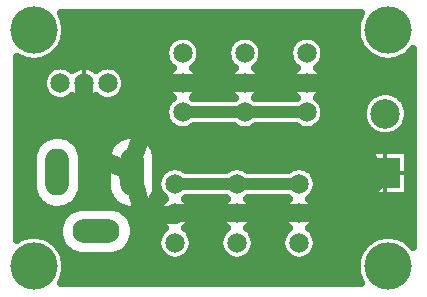
<source format=gtl>
G04 DipTrace 3.2.0.1*
G04 DynamixelMUXX3P.gtl*
%MOIN*%
G04 #@! TF.FileFunction,Copper,L1,Top*
G04 #@! TF.Part,Single*
%AMOUTLINE0*
4,1,20,
0.03937,-0.039336,
0.037008,-0.052803,
0.030181,-0.064651,
0.019715,-0.073449,
0.00687,-0.078136,
-0.006803,-0.078148,
-0.019655,-0.073483,
-0.030136,-0.064703,
-0.036984,-0.052867,
-0.03937,-0.039404,
-0.03937,0.039336,
-0.037008,0.052803,
-0.030181,0.064651,
-0.019715,0.073449,
-0.00687,0.078136,
0.006803,0.078148,
0.019655,0.073483,
0.030136,0.064703,
0.036984,0.052867,
0.03937,0.039404,
0.03937,-0.039336,
0*%
%AMOUTLINE3*
4,1,20,
0.039336,0.03937,
0.052803,0.037008,
0.064651,0.030181,
0.073449,0.019715,
0.078136,0.00687,
0.078148,-0.006803,
0.073483,-0.019655,
0.064703,-0.030136,
0.052867,-0.036984,
0.039404,-0.03937,
-0.039336,-0.03937,
-0.052803,-0.037008,
-0.064651,-0.030181,
-0.073449,-0.019715,
-0.078136,-0.00687,
-0.078148,0.006803,
-0.073483,0.019655,
-0.064703,0.030136,
-0.052867,0.036984,
-0.039404,0.03937,
0.039336,0.03937,
0*%
G04 #@! TA.AperFunction,Conductor*
%ADD13C,0.06*%
%ADD14C,0.04*%
G04 #@! TA.AperFunction,CopperBalancing*
%ADD15C,0.025*%
%ADD16C,0.012992*%
G04 #@! TA.AperFunction,ComponentPad*
%ADD19R,0.098425X0.098425*%
%ADD20C,0.098425*%
%ADD21C,0.065199*%
G04 #@! TA.AperFunction,ViaPad*
%ADD22C,0.15748*%
G04 #@! TA.AperFunction,ComponentPad*
%ADD38OUTLINE0*%
%ADD41OUTLINE3*%
%FSLAX26Y26*%
G04*
G70*
G90*
G75*
G01*
G04 Top*
%LPD*%
X1401851Y1103701D2*
D13*
X1195158D1*
X988465D1*
X962874Y668701D2*
X1169567D1*
X1376260D1*
X962874D2*
Y661484D1*
X855379D1*
X818740Y805512D1*
X800982Y800000D1*
X918544Y1103701D1*
X988465D1*
X659292Y1102362D2*
Y997953D1*
X688544Y968701D1*
Y860158D1*
X818740Y805512D1*
X1376260Y668701D2*
X1528544D1*
X1663544Y803701D1*
X1401851Y1103701D2*
X1481294D1*
X1631250Y793448D1*
X1663544Y803701D1*
X962874Y767126D2*
D14*
X1169567D1*
X1376260D1*
X988465Y1005276D2*
X1195158D1*
X1401851D1*
D22*
X491969Y492126D3*
X1673071D3*
Y1279528D3*
X491969D3*
X587457Y1328777D2*
D15*
X1577561D1*
X596822Y1303908D2*
X1568195D1*
X599693Y1279040D2*
X1565325D1*
X596607Y1254171D2*
X957985D1*
X1018964D2*
X1164678D1*
X1225657D2*
X1371370D1*
X1432350D2*
X1568446D1*
X586954Y1229302D2*
X933476D1*
X1043437D2*
X1140169D1*
X1250130D2*
X1346862D1*
X1456823D2*
X1578099D1*
X568187Y1204433D2*
X926909D1*
X1050004D2*
X1133602D1*
X1256697D2*
X1340295D1*
X1463390D2*
X1596867D1*
X438717Y1179565D2*
X456575D1*
X527351D2*
X931359D1*
X1045590D2*
X1138051D1*
X1252283D2*
X1344744D1*
X1458976D2*
X1637703D1*
X1708443D2*
X1754219D1*
X438717Y1154696D2*
X550591D1*
X610494D2*
X629357D1*
X689224D2*
X708087D1*
X767990D2*
X950736D1*
X1026213D2*
X1157429D1*
X1232905D2*
X1364122D1*
X1439598D2*
X1754219D1*
X438717Y1129827D2*
X525724D1*
X792858D2*
X932973D1*
X1043975D2*
X1139666D1*
X1250668D2*
X1346359D1*
X1457361D2*
X1754219D1*
X438717Y1104958D2*
X519013D1*
X799568D2*
X926873D1*
X1050040D2*
X1133566D1*
X1256733D2*
X1340259D1*
X1463426D2*
X1754219D1*
X438717Y1080089D2*
X523319D1*
X795262D2*
X931789D1*
X1045124D2*
X1138482D1*
X1251816D2*
X1345175D1*
X1458509D2*
X1754219D1*
X438717Y1055221D2*
X542410D1*
X776172D2*
X952171D1*
X1024741D2*
X1158864D1*
X1231434D2*
X1365557D1*
X1438127D2*
X1608673D1*
X1718419D2*
X1754219D1*
X438717Y1030352D2*
X932471D1*
X1457863D2*
X1591448D1*
X1735643D2*
X1754219D1*
X438717Y1005483D2*
X926873D1*
X1463426D2*
X1585491D1*
X1741600D2*
X1754219D1*
X438717Y980614D2*
X932256D1*
X1458043D2*
X1588003D1*
X1739088D2*
X1754219D1*
X438717Y955746D2*
X953750D1*
X1023198D2*
X1160443D1*
X1229891D2*
X1367136D1*
X1436584D2*
X1600025D1*
X1727067D2*
X1754219D1*
X438717Y930877D2*
X564084D1*
X577308D2*
X812151D1*
X825358D2*
X1631423D1*
X1695668D2*
X1754219D1*
X438717Y906008D2*
X509145D1*
X632276D2*
X757177D1*
X880272D2*
X1754219D1*
X438717Y881139D2*
X492639D1*
X648783D2*
X740670D1*
X896814D2*
X1754219D1*
X438717Y856271D2*
X486395D1*
X655027D2*
X734426D1*
X903058D2*
X1585348D1*
X1741743D2*
X1754219D1*
X438717Y831402D2*
X486036D1*
X655385D2*
X734067D1*
X903417D2*
X1585348D1*
X1741743D2*
X1754219D1*
X438717Y806533D2*
X486036D1*
X655385D2*
X734067D1*
X903417D2*
X916323D1*
X1422805D2*
X1585348D1*
X1741743D2*
X1754219D1*
X438717Y781664D2*
X486036D1*
X655385D2*
X734067D1*
X1436046D2*
X1585348D1*
X1741743D2*
X1754219D1*
X438717Y756795D2*
X486251D1*
X655170D2*
X734283D1*
X1436943D2*
X1585348D1*
X1741743D2*
X1754219D1*
X438717Y731927D2*
X491813D1*
X649608D2*
X739881D1*
X897604D2*
X912914D1*
X1426214D2*
X1585348D1*
X1741743D2*
X1754219D1*
X438717Y707058D2*
X507315D1*
X634106D2*
X755347D1*
X882102D2*
X915426D1*
X1010316D2*
X1122119D1*
X1217009D2*
X1328812D1*
X1423702D2*
X1754219D1*
X438717Y682189D2*
X549407D1*
X592014D2*
X618197D1*
X783061D2*
X797439D1*
X839974D2*
X902831D1*
X1022911D2*
X1109524D1*
X1229604D2*
X1316216D1*
X1436297D2*
X1754219D1*
X438717Y657320D2*
X588593D1*
X812666D2*
X902400D1*
X1023378D2*
X1109093D1*
X1230071D2*
X1315786D1*
X1436764D2*
X1754219D1*
X438717Y632452D2*
X576141D1*
X825082D2*
X913704D1*
X1012038D2*
X1120396D1*
X1218731D2*
X1327089D1*
X1425424D2*
X1754219D1*
X438717Y607583D2*
X572624D1*
X828598D2*
X914565D1*
X1011213D2*
X1121258D1*
X1217906D2*
X1327951D1*
X1424599D2*
X1754219D1*
X548020Y582714D2*
X576859D1*
X824364D2*
X902615D1*
X1023127D2*
X1109308D1*
X1229819D2*
X1316001D1*
X1436512D2*
X1617034D1*
X1729112D2*
X1754219D1*
X576655Y557845D2*
X590208D1*
X811051D2*
X902615D1*
X1023127D2*
X1109308D1*
X1229819D2*
X1316001D1*
X1436512D2*
X1588398D1*
X591440Y532977D2*
X622790D1*
X778504D2*
X914529D1*
X1011213D2*
X1121222D1*
X1217906D2*
X1327915D1*
X1424599D2*
X1573578D1*
X598473Y508108D2*
X1566545D1*
X599334Y483239D2*
X1565719D1*
X594131Y458370D2*
X1570887D1*
X1589676Y879406D2*
X1739248D1*
Y727996D1*
X1587839D1*
Y879406D1*
X1589676D1*
X1739015Y994612D2*
X1738316Y988709D1*
X1737157Y982878D1*
X1735543Y977157D1*
X1733486Y971580D1*
X1730997Y966182D1*
X1728092Y960996D1*
X1724790Y956053D1*
X1721110Y951385D1*
X1717075Y947020D1*
X1712710Y942985D1*
X1708042Y939305D1*
X1703099Y936003D1*
X1697913Y933098D1*
X1692514Y930609D1*
X1686938Y928552D1*
X1681216Y926938D1*
X1675386Y925779D1*
X1669483Y925080D1*
X1663544Y924847D1*
X1657604Y925080D1*
X1651701Y925779D1*
X1645871Y926938D1*
X1640149Y928552D1*
X1634573Y930609D1*
X1629174Y933098D1*
X1623988Y936003D1*
X1619045Y939305D1*
X1614377Y942985D1*
X1610012Y947020D1*
X1605977Y951385D1*
X1602297Y956053D1*
X1598995Y960996D1*
X1596090Y966182D1*
X1593601Y971580D1*
X1591544Y977157D1*
X1589931Y982878D1*
X1588771Y988709D1*
X1588072Y994612D1*
X1587839Y1000551D1*
X1588072Y1006491D1*
X1588771Y1012394D1*
X1589931Y1018224D1*
X1591544Y1023945D1*
X1593601Y1029522D1*
X1596090Y1034921D1*
X1598995Y1040107D1*
X1602297Y1045050D1*
X1605977Y1049718D1*
X1610012Y1054083D1*
X1614377Y1058118D1*
X1619045Y1061798D1*
X1623988Y1065100D1*
X1629174Y1068005D1*
X1634573Y1070493D1*
X1640149Y1072551D1*
X1645871Y1074164D1*
X1651701Y1075324D1*
X1657604Y1076023D1*
X1663544Y1076256D1*
X1669483Y1076023D1*
X1675386Y1075324D1*
X1681216Y1074164D1*
X1686938Y1072551D1*
X1692514Y1070493D1*
X1697913Y1068005D1*
X1703099Y1065100D1*
X1708042Y1061798D1*
X1712710Y1058118D1*
X1717075Y1054083D1*
X1721110Y1049718D1*
X1724790Y1045050D1*
X1728092Y1040107D1*
X1730997Y1034921D1*
X1733486Y1029522D1*
X1735543Y1023945D1*
X1737157Y1018224D1*
X1738316Y1012394D1*
X1739015Y1006491D1*
X1739248Y1000551D1*
X1739015Y994612D1*
X1047374Y1197490D2*
X1045924Y1188331D1*
X1043059Y1179513D1*
X1038849Y1171251D1*
X1033399Y1163749D1*
X1026842Y1157192D1*
X1021134Y1152940D1*
X1026423Y1148989D1*
X1031748Y1143931D1*
X1036404Y1138251D1*
X1040319Y1132037D1*
X1043434Y1125386D1*
X1045699Y1118400D1*
X1047081Y1111186D1*
X1047557Y1103701D1*
X1047100Y1096371D1*
X1045738Y1089154D1*
X1043491Y1082162D1*
X1040394Y1075502D1*
X1036495Y1069278D1*
X1031854Y1063586D1*
X1026543Y1058514D1*
X1021174Y1054495D1*
X1024863Y1051769D1*
X1158663Y1051768D1*
X1162489Y1054462D1*
X1157139Y1058463D1*
X1151821Y1063529D1*
X1147173Y1069215D1*
X1143266Y1075433D1*
X1140160Y1082089D1*
X1137904Y1089078D1*
X1136532Y1096293D1*
X1136066Y1103623D1*
X1136513Y1110953D1*
X1137865Y1118172D1*
X1140103Y1125167D1*
X1143191Y1131831D1*
X1147082Y1138060D1*
X1151715Y1143758D1*
X1157020Y1148838D1*
X1162455Y1152911D1*
X1156781Y1157192D1*
X1150224Y1163749D1*
X1144774Y1171251D1*
X1140564Y1179513D1*
X1137699Y1188331D1*
X1136248Y1197490D1*
Y1206762D1*
X1137699Y1215921D1*
X1140564Y1224740D1*
X1144774Y1233002D1*
X1150224Y1240503D1*
X1156781Y1247060D1*
X1164282Y1252510D1*
X1172544Y1256720D1*
X1181363Y1259585D1*
X1190521Y1261036D1*
X1199794D1*
X1208952Y1259585D1*
X1217771Y1256720D1*
X1226033Y1252510D1*
X1233535Y1247060D1*
X1240091Y1240503D1*
X1245542Y1233002D1*
X1249751Y1224740D1*
X1252617Y1215921D1*
X1254067Y1206762D1*
Y1197490D1*
X1252617Y1188331D1*
X1249751Y1179513D1*
X1245542Y1171251D1*
X1240091Y1163749D1*
X1233535Y1157192D1*
X1227826Y1152940D1*
X1233116Y1148989D1*
X1238441Y1143931D1*
X1243097Y1138251D1*
X1247012Y1132037D1*
X1250127Y1125386D1*
X1252392Y1118400D1*
X1253774Y1111186D1*
X1254250Y1103701D1*
X1253793Y1096371D1*
X1252431Y1089154D1*
X1250184Y1082162D1*
X1247087Y1075502D1*
X1243188Y1069278D1*
X1238547Y1063586D1*
X1233236Y1058514D1*
X1227867Y1054495D1*
X1231556Y1051769D1*
X1365356Y1051768D1*
X1369182Y1054462D1*
X1363832Y1058463D1*
X1358514Y1063529D1*
X1353866Y1069215D1*
X1349958Y1075433D1*
X1346853Y1082089D1*
X1344597Y1089078D1*
X1343225Y1096293D1*
X1342759Y1103623D1*
X1343205Y1110953D1*
X1344558Y1118172D1*
X1346796Y1125167D1*
X1349884Y1131831D1*
X1353775Y1138060D1*
X1358408Y1143758D1*
X1363713Y1148838D1*
X1369148Y1152911D1*
X1363474Y1157192D1*
X1356917Y1163749D1*
X1351467Y1171251D1*
X1347257Y1179513D1*
X1344391Y1188331D1*
X1342941Y1197490D1*
Y1206762D1*
X1344391Y1215921D1*
X1347257Y1224740D1*
X1351467Y1233002D1*
X1356917Y1240503D1*
X1363474Y1247060D1*
X1370975Y1252510D1*
X1379237Y1256720D1*
X1388056Y1259585D1*
X1397214Y1261036D1*
X1406487D1*
X1415645Y1259585D1*
X1424464Y1256720D1*
X1432726Y1252510D1*
X1440228Y1247060D1*
X1446784Y1240503D1*
X1452235Y1233002D1*
X1456444Y1224740D1*
X1459310Y1215921D1*
X1460760Y1206762D1*
Y1197490D1*
X1459310Y1188331D1*
X1456444Y1179513D1*
X1452235Y1171251D1*
X1446784Y1163749D1*
X1440228Y1157192D1*
X1434519Y1152940D1*
X1439809Y1148989D1*
X1445134Y1143931D1*
X1449790Y1138251D1*
X1453705Y1132037D1*
X1456820Y1125386D1*
X1459085Y1118400D1*
X1460466Y1111186D1*
X1460942Y1103701D1*
X1460486Y1096371D1*
X1459124Y1089154D1*
X1456877Y1082162D1*
X1453780Y1075502D1*
X1449881Y1069278D1*
X1445240Y1063586D1*
X1439929Y1058514D1*
X1434560Y1054495D1*
X1440228Y1050210D1*
X1446784Y1043653D1*
X1452235Y1036151D1*
X1456444Y1027889D1*
X1459310Y1019071D1*
X1460760Y1009912D1*
Y1000640D1*
X1459310Y991481D1*
X1456444Y982662D1*
X1452235Y974400D1*
X1446784Y966899D1*
X1440228Y960342D1*
X1432726Y954892D1*
X1424464Y950682D1*
X1415645Y947817D1*
X1406487Y946366D1*
X1397214D1*
X1388056Y947817D1*
X1379237Y950682D1*
X1370975Y954892D1*
X1365452Y958782D1*
X1231652Y958784D1*
X1226033Y954892D1*
X1217771Y950682D1*
X1208952Y947817D1*
X1199794Y946366D1*
X1190521D1*
X1181363Y947817D1*
X1172544Y950682D1*
X1164282Y954892D1*
X1158759Y958782D1*
X1024959Y958784D1*
X1019340Y954892D1*
X1011078Y950682D1*
X1002260Y947817D1*
X993101Y946366D1*
X983828D1*
X974670Y947817D1*
X965851Y950682D1*
X957589Y954892D1*
X950088Y960342D1*
X943531Y966899D1*
X938081Y974400D1*
X933871Y982662D1*
X931006Y991481D1*
X929555Y1000640D1*
Y1009912D1*
X931006Y1019071D1*
X933871Y1027889D1*
X938081Y1036151D1*
X943531Y1043653D1*
X950088Y1050210D1*
X955796Y1054462D1*
X950446Y1058463D1*
X945128Y1063529D1*
X940480Y1069215D1*
X936573Y1075433D1*
X933467Y1082089D1*
X931211Y1089078D1*
X929839Y1096293D1*
X929373Y1103623D1*
X929820Y1110953D1*
X931172Y1118172D1*
X933410Y1125167D1*
X936498Y1131831D1*
X940389Y1138060D1*
X945022Y1143758D1*
X950327Y1148838D1*
X955762Y1152911D1*
X950088Y1157192D1*
X943531Y1163749D1*
X938081Y1171251D1*
X933871Y1179513D1*
X931006Y1188331D1*
X929555Y1197490D1*
Y1206762D1*
X931006Y1215921D1*
X933871Y1224740D1*
X938081Y1233002D1*
X943531Y1240503D1*
X950088Y1247060D1*
X957589Y1252510D1*
X965851Y1256720D1*
X974670Y1259585D1*
X983828Y1261036D1*
X993101D1*
X1002260Y1259585D1*
X1011078Y1256720D1*
X1019340Y1252510D1*
X1026842Y1247060D1*
X1033399Y1240503D1*
X1038849Y1233002D1*
X1043059Y1224740D1*
X1045924Y1215921D1*
X1047374Y1206762D1*
Y1197490D1*
X1021784Y565640D2*
X1020333Y556481D1*
X1017468Y547662D1*
X1013258Y539400D1*
X1007808Y531899D1*
X1001251Y525342D1*
X993750Y519892D1*
X985488Y515682D1*
X976669Y512817D1*
X967511Y511366D1*
X958238D1*
X949080Y512817D1*
X940261Y515682D1*
X931999Y519892D1*
X924497Y525342D1*
X917940Y531899D1*
X912490Y539400D1*
X908280Y547662D1*
X905415Y556481D1*
X903965Y565640D1*
Y574912D1*
X905415Y584071D1*
X908280Y592889D1*
X912490Y601151D1*
X917940Y608653D1*
X924497Y615210D1*
X930205Y619462D1*
X924856Y623463D1*
X919538Y628529D1*
X914889Y634215D1*
X910982Y640433D1*
X907876Y647089D1*
X905620Y654078D1*
X904249Y661293D1*
X903782Y668623D1*
X904229Y675953D1*
X905582Y683172D1*
X907819Y690167D1*
X910907Y696831D1*
X914798Y703060D1*
X919432Y708758D1*
X924736Y713838D1*
X930171Y717911D1*
X924497Y722192D1*
X917940Y728749D1*
X912490Y736251D1*
X908280Y744513D1*
X905415Y753331D1*
X903965Y762490D1*
Y771762D1*
X905415Y780921D1*
X908280Y789740D1*
X912490Y798002D1*
X917940Y805503D1*
X924497Y812060D1*
X931999Y817510D1*
X940261Y821720D1*
X949080Y824585D1*
X958238Y826036D1*
X967511D1*
X976669Y824585D1*
X985488Y821720D1*
X993750Y817510D1*
X999273Y813620D1*
X1133073Y813618D1*
X1138692Y817510D1*
X1146954Y821720D1*
X1155772Y824585D1*
X1164931Y826036D1*
X1174203D1*
X1183362Y824585D1*
X1192181Y821720D1*
X1200443Y817510D1*
X1205966Y813620D1*
X1339766Y813618D1*
X1345385Y817510D1*
X1353647Y821720D1*
X1362465Y824585D1*
X1371624Y826036D1*
X1380896D1*
X1390055Y824585D1*
X1398874Y821720D1*
X1407135Y817510D1*
X1414637Y812060D1*
X1421194Y805503D1*
X1426644Y798002D1*
X1430854Y789740D1*
X1433719Y780921D1*
X1435170Y771762D1*
Y762490D1*
X1433719Y753331D1*
X1430854Y744513D1*
X1426644Y736251D1*
X1421194Y728749D1*
X1414637Y722192D1*
X1408929Y717940D1*
X1414219Y713989D1*
X1419543Y708931D1*
X1424199Y703251D1*
X1428115Y697037D1*
X1431229Y690386D1*
X1433495Y683400D1*
X1434876Y676186D1*
X1435352Y668701D1*
X1434896Y661371D1*
X1433533Y654154D1*
X1431286Y647162D1*
X1428190Y640502D1*
X1424291Y634278D1*
X1419650Y628586D1*
X1414338Y623514D1*
X1408969Y619495D1*
X1414637Y615210D1*
X1421194Y608653D1*
X1426644Y601151D1*
X1430854Y592889D1*
X1433719Y584071D1*
X1435170Y574912D1*
Y565640D1*
X1433719Y556481D1*
X1430854Y547662D1*
X1426644Y539400D1*
X1421194Y531899D1*
X1414637Y525342D1*
X1407135Y519892D1*
X1398874Y515682D1*
X1390055Y512817D1*
X1380896Y511366D1*
X1371624D1*
X1362465Y512817D1*
X1353647Y515682D1*
X1345385Y519892D1*
X1337883Y525342D1*
X1331326Y531899D1*
X1325876Y539400D1*
X1321666Y547662D1*
X1318801Y556481D1*
X1317350Y565640D1*
Y574912D1*
X1318801Y584071D1*
X1321666Y592889D1*
X1325876Y601151D1*
X1331326Y608653D1*
X1337883Y615210D1*
X1343591Y619462D1*
X1338242Y623463D1*
X1332924Y628529D1*
X1328275Y634215D1*
X1324368Y640433D1*
X1321262Y647089D1*
X1319006Y654078D1*
X1317634Y661293D1*
X1317168Y668623D1*
X1317615Y675953D1*
X1318968Y683172D1*
X1321205Y690167D1*
X1324293Y696831D1*
X1328184Y703060D1*
X1332817Y708758D1*
X1338122Y713838D1*
X1343557Y717911D1*
X1339861Y720633D1*
X1206061Y720634D1*
X1202236Y717940D1*
X1207526Y713989D1*
X1212850Y708931D1*
X1217506Y703251D1*
X1221422Y697037D1*
X1224536Y690386D1*
X1226802Y683400D1*
X1228183Y676186D1*
X1228659Y668701D1*
X1228203Y661371D1*
X1226840Y654154D1*
X1224594Y647162D1*
X1221497Y640502D1*
X1217598Y634278D1*
X1212957Y628586D1*
X1207645Y623514D1*
X1202276Y619495D1*
X1207944Y615210D1*
X1214501Y608653D1*
X1219951Y601151D1*
X1224161Y592889D1*
X1227026Y584071D1*
X1228477Y574912D1*
Y565640D1*
X1227026Y556481D1*
X1224161Y547662D1*
X1219951Y539400D1*
X1214501Y531899D1*
X1207944Y525342D1*
X1200443Y519892D1*
X1192181Y515682D1*
X1183362Y512817D1*
X1174203Y511366D1*
X1164931D1*
X1155772Y512817D1*
X1146954Y515682D1*
X1138692Y519892D1*
X1131190Y525342D1*
X1124633Y531899D1*
X1119183Y539400D1*
X1114973Y547662D1*
X1112108Y556481D1*
X1110657Y565640D1*
Y574912D1*
X1112108Y584071D1*
X1114973Y592889D1*
X1119183Y601151D1*
X1124633Y608653D1*
X1131190Y615210D1*
X1136898Y619462D1*
X1131549Y623463D1*
X1126231Y628529D1*
X1121582Y634215D1*
X1117675Y640433D1*
X1114569Y647089D1*
X1112313Y654078D1*
X1110941Y661293D1*
X1110475Y668623D1*
X1110922Y675953D1*
X1112275Y683172D1*
X1114512Y690167D1*
X1117600Y696831D1*
X1121491Y703060D1*
X1126125Y708758D1*
X1131429Y713838D1*
X1136864Y717911D1*
X1133168Y720633D1*
X999368Y720634D1*
X995543Y717940D1*
X1000833Y713989D1*
X1006157Y708931D1*
X1010813Y703251D1*
X1014729Y697037D1*
X1017843Y690386D1*
X1020109Y683400D1*
X1021490Y676186D1*
X1021966Y668701D1*
X1021510Y661371D1*
X1020148Y654154D1*
X1017901Y647162D1*
X1014804Y640502D1*
X1010905Y634278D1*
X1006264Y628586D1*
X1000953Y623514D1*
X995583Y619495D1*
X1001251Y615210D1*
X1007808Y608653D1*
X1013258Y601151D1*
X1017468Y592889D1*
X1020333Y584071D1*
X1021784Y574912D1*
Y565640D1*
X619900Y1058327D2*
X615285Y1054556D1*
X607379Y1049711D1*
X598812Y1046163D1*
X589795Y1043998D1*
X580551Y1043271D1*
X571307Y1043998D1*
X562291Y1046163D1*
X553724Y1049711D1*
X545818Y1054556D1*
X538767Y1060578D1*
X532745Y1067629D1*
X527900Y1075535D1*
X524352Y1084102D1*
X522187Y1093118D1*
X521460Y1102362D1*
X522187Y1111606D1*
X524352Y1120623D1*
X527900Y1129190D1*
X532745Y1137096D1*
X538767Y1144147D1*
X545818Y1150169D1*
X553724Y1155014D1*
X562291Y1158562D1*
X571307Y1160727D1*
X580551Y1161454D1*
X589795Y1160727D1*
X598812Y1158562D1*
X607379Y1155014D1*
X615285Y1150169D1*
X619900Y1146398D1*
X625523Y1150855D1*
X631799Y1154670D1*
X638500Y1157676D1*
X645522Y1159828D1*
X652757Y1161092D1*
X660093Y1161449D1*
X667416Y1160893D1*
X674614Y1159433D1*
X681575Y1157092D1*
X688192Y1153905D1*
X694362Y1149922D1*
X698666Y1146424D1*
X703298Y1150169D1*
X711205Y1155014D1*
X719771Y1158562D1*
X728788Y1160727D1*
X738032Y1161454D1*
X747276Y1160727D1*
X756292Y1158562D1*
X764859Y1155014D1*
X772765Y1150169D1*
X779816Y1144147D1*
X785838Y1137096D1*
X790683Y1129190D1*
X794231Y1120623D1*
X796396Y1111606D1*
X797124Y1102362D1*
X796396Y1093118D1*
X794231Y1084102D1*
X790683Y1075535D1*
X785838Y1067629D1*
X779816Y1060578D1*
X772765Y1054556D1*
X764859Y1049711D1*
X756292Y1046163D1*
X747276Y1043998D1*
X738032Y1043271D1*
X728788Y1043998D1*
X719771Y1046163D1*
X711205Y1049711D1*
X703298Y1054556D1*
X698683Y1058327D1*
X692996Y1053825D1*
X686714Y1050019D1*
X680009Y1047022D1*
X672985Y1044879D1*
X665748Y1043624D1*
X658412Y1043277D1*
X651090Y1043843D1*
X643894Y1045312D1*
X636936Y1047663D1*
X630323Y1050858D1*
X624158Y1054850D1*
X619923Y1058296D1*
X596877Y483870D2*
X595905Y475664D1*
X594293Y467560D1*
X592051Y459608D1*
X589191Y451856D1*
X585731Y444352D1*
X581066Y436203D1*
X1583906Y436201D1*
X1579308Y444352D1*
X1575849Y451856D1*
X1572989Y459608D1*
X1570746Y467560D1*
X1569134Y475664D1*
X1568163Y483870D1*
X1567839Y492126D1*
X1568163Y500383D1*
X1569134Y508588D1*
X1570746Y516692D1*
X1572989Y524645D1*
X1575849Y532397D1*
X1579308Y539901D1*
X1583346Y547110D1*
X1587936Y553980D1*
X1593052Y560469D1*
X1598661Y566537D1*
X1604728Y572145D1*
X1611217Y577261D1*
X1618087Y581851D1*
X1625297Y585889D1*
X1632800Y589348D1*
X1640553Y592208D1*
X1648505Y594451D1*
X1656609Y596063D1*
X1664815Y597034D1*
X1673071Y597358D1*
X1681328Y597034D1*
X1689533Y596063D1*
X1697637Y594451D1*
X1705590Y592208D1*
X1713342Y589348D1*
X1720846Y585889D1*
X1728055Y581851D1*
X1734925Y577261D1*
X1741414Y572145D1*
X1747482Y566537D1*
X1753090Y560469D1*
X1756707Y555881D1*
X1756713Y1215672D1*
X1747482Y1205117D1*
X1741414Y1199509D1*
X1734925Y1194393D1*
X1728055Y1189803D1*
X1720846Y1185765D1*
X1713342Y1182306D1*
X1705590Y1179446D1*
X1697637Y1177203D1*
X1689533Y1175591D1*
X1681328Y1174620D1*
X1673071Y1174295D1*
X1664815Y1174620D1*
X1656609Y1175591D1*
X1648505Y1177203D1*
X1640553Y1179446D1*
X1632800Y1182306D1*
X1625297Y1185765D1*
X1618087Y1189803D1*
X1611217Y1194393D1*
X1604728Y1199509D1*
X1598661Y1205117D1*
X1593052Y1211185D1*
X1587936Y1217674D1*
X1583346Y1224544D1*
X1579308Y1231753D1*
X1575849Y1239257D1*
X1572989Y1247009D1*
X1570746Y1254962D1*
X1569134Y1263066D1*
X1568163Y1271271D1*
X1567839Y1279528D1*
X1568163Y1287784D1*
X1569134Y1295990D1*
X1570746Y1304094D1*
X1572989Y1312046D1*
X1575849Y1319798D1*
X1579308Y1327302D1*
X1583973Y1335451D1*
X581086Y1335453D1*
X585731Y1327302D1*
X589191Y1319798D1*
X592051Y1312046D1*
X594293Y1304094D1*
X595905Y1295990D1*
X596877Y1287784D1*
X597201Y1279528D1*
X596877Y1271271D1*
X595905Y1263066D1*
X594293Y1254962D1*
X592051Y1247009D1*
X589191Y1239257D1*
X585731Y1231753D1*
X581694Y1224544D1*
X577103Y1217674D1*
X571988Y1211185D1*
X566379Y1205117D1*
X560312Y1199509D1*
X553823Y1194393D1*
X546952Y1189803D1*
X539743Y1185765D1*
X532239Y1182306D1*
X524487Y1179446D1*
X516535Y1177203D1*
X508431Y1175591D1*
X500225Y1174620D1*
X491969Y1174295D1*
X483712Y1174620D1*
X475507Y1175591D1*
X467403Y1177203D1*
X459450Y1179446D1*
X451698Y1182306D1*
X444194Y1185765D1*
X436207Y1190323D1*
X436201Y581395D1*
X444194Y585889D1*
X451698Y589348D1*
X459450Y592208D1*
X467403Y594451D1*
X475507Y596063D1*
X483712Y597034D1*
X491969Y597358D1*
X500225Y597034D1*
X508431Y596063D1*
X516535Y594451D1*
X524487Y592208D1*
X532239Y589348D1*
X539743Y585889D1*
X546952Y581851D1*
X553823Y577261D1*
X560312Y572145D1*
X566379Y566537D1*
X571988Y560469D1*
X577103Y553980D1*
X581694Y547110D1*
X585731Y539901D1*
X589191Y532397D1*
X592051Y524645D1*
X594293Y516692D1*
X595905Y508588D1*
X596877Y500383D1*
X597201Y492126D1*
X596877Y483870D1*
X822994Y930868D2*
X828729Y930401D1*
X839282Y928401D1*
X849483Y925042D1*
X859160Y920382D1*
X868146Y914500D1*
X876289Y907497D1*
X883449Y899492D1*
X889505Y890621D1*
X894352Y881037D1*
X896940Y874019D1*
X899357Y864616D1*
X900662Y854997D1*
X900933Y839637D1*
X900706Y756784D1*
X899504Y747215D1*
X898276Y741574D1*
X894922Y731438D1*
X890285Y721822D1*
X884442Y712886D1*
X877493Y704781D1*
X869553Y697644D1*
X860756Y691594D1*
X851250Y686733D1*
X841196Y683143D1*
X830761Y680884D1*
X819386Y679983D1*
X808673Y680609D1*
X798131Y682625D1*
X787943Y685997D1*
X778280Y690666D1*
X769307Y696555D1*
X763564Y701350D1*
X756786Y708289D1*
X750863Y715969D1*
X745647Y724749D1*
X743148Y730015D1*
X739599Y740143D1*
X737398Y750648D1*
X736716Y758072D1*
X736579Y798954D1*
X736823Y854714D1*
X738094Y864392D1*
X740494Y873855D1*
X742456Y879411D1*
X747117Y889149D1*
X753015Y898191D1*
X760049Y906381D1*
X768097Y913577D1*
X777019Y919655D1*
X786662Y924510D1*
X796858Y928058D1*
X807432Y930237D1*
X814887Y930892D1*
X819812Y931002D1*
X575092Y930860D2*
X585301Y929686D1*
X592624Y928052D1*
X601329Y925117D1*
X611064Y920450D1*
X620103Y914546D1*
X628289Y907508D1*
X635480Y899456D1*
X641553Y890530D1*
X646402Y880884D1*
X649944Y870686D1*
X652117Y860111D1*
X652885Y848823D1*
X652648Y756556D1*
X651414Y746936D1*
X648901Y737037D1*
X646949Y731545D1*
X642305Y721870D1*
X636440Y712881D1*
X629455Y704734D1*
X621469Y697565D1*
X612616Y691497D1*
X603049Y686634D1*
X596035Y684030D1*
X586647Y681594D1*
X577039Y680267D1*
X571338Y679983D1*
X560625Y680609D1*
X550083Y682625D1*
X539895Y685997D1*
X530232Y690667D1*
X521259Y696555D1*
X513130Y703562D1*
X505982Y711567D1*
X499938Y720435D1*
X495100Y730015D1*
X491550Y740143D1*
X489350Y750648D1*
X488668Y758068D1*
X488531Y798954D1*
X488775Y854714D1*
X490046Y864392D1*
X492446Y873855D1*
X494408Y879411D1*
X499069Y889149D1*
X504967Y898191D1*
X509751Y903946D1*
X516724Y910778D1*
X524450Y916745D1*
X533287Y921991D1*
X538614Y924510D1*
X548810Y928057D1*
X559384Y930237D1*
X569671Y931003D1*
X575092Y930860D1*
X825980Y604754D2*
X825536Y598961D1*
X823568Y588346D1*
X820225Y578081D1*
X815564Y568343D1*
X809666Y559301D1*
X802632Y551111D1*
X794584Y543915D1*
X785662Y537837D1*
X776019Y532982D1*
X765823Y529435D1*
X755249Y527255D1*
X743925Y526480D1*
X651821Y526706D1*
X642172Y527925D1*
X635356Y529468D1*
X626721Y532385D1*
X617017Y537035D1*
X608004Y542912D1*
X599835Y549916D1*
X592652Y557927D1*
X586576Y566808D1*
X581713Y576407D1*
X578145Y586558D1*
X575933Y597089D1*
X575113Y608091D1*
X575747Y618794D1*
X577767Y629323D1*
X581140Y639500D1*
X585807Y649152D1*
X591690Y658115D1*
X598689Y666237D1*
X606684Y673380D1*
X615540Y679423D1*
X625107Y684262D1*
X635222Y687817D1*
X642520Y689472D1*
X652136Y690649D1*
X666532Y690858D1*
X749536Y690625D1*
X759182Y689391D1*
X769106Y686873D1*
X774620Y684911D1*
X784315Y680249D1*
X793317Y674360D1*
X801472Y667346D1*
X808642Y659327D1*
X814703Y650440D1*
X819550Y640837D1*
X823102Y630683D1*
X825297Y620153D1*
X825972Y612702D1*
X826095Y607777D1*
X1663544Y879370D2*
D16*
Y728032D1*
X1587875Y803701D2*
X1739213D1*
X929409Y1103701D2*
X1047521D1*
X903818Y668701D2*
X1021930D1*
X1136102Y1103701D2*
X1254214D1*
X1110511Y668701D2*
X1228623D1*
X1342795Y1103701D2*
X1460907D1*
X1317204Y668701D2*
X1435316D1*
X659292Y1161418D2*
Y1043306D1*
D38*
X818740Y805512D3*
X570709D3*
D41*
X700630Y608662D3*
D19*
X1663544Y803701D3*
D20*
Y1000551D3*
D21*
X988465Y1202126D3*
Y1103701D3*
Y1005276D3*
X962874Y570276D3*
Y668701D3*
Y767126D3*
X1195158Y1202126D3*
Y1103701D3*
Y1005276D3*
X1169567Y570276D3*
Y668701D3*
Y767126D3*
X1401851Y1202126D3*
Y1103701D3*
Y1005276D3*
X1376260Y570276D3*
Y668701D3*
Y767126D3*
X580551Y1102362D3*
X659292D3*
X738032D3*
M02*

</source>
